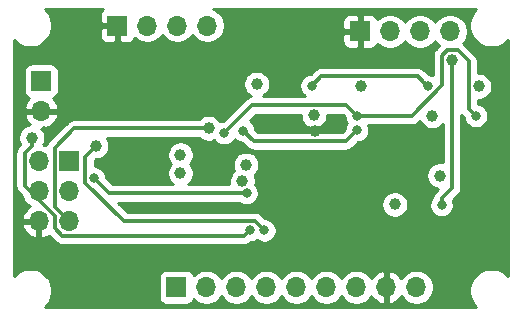
<source format=gbr>
G04 #@! TF.GenerationSoftware,KiCad,Pcbnew,(5.1.5)-3*
G04 #@! TF.CreationDate,2020-08-03T01:27:48-04:00*
G04 #@! TF.ProjectId,Arduino Clone,41726475-696e-46f2-9043-6c6f6e652e6b,rev?*
G04 #@! TF.SameCoordinates,Original*
G04 #@! TF.FileFunction,Copper,L4,Bot*
G04 #@! TF.FilePolarity,Positive*
%FSLAX46Y46*%
G04 Gerber Fmt 4.6, Leading zero omitted, Abs format (unit mm)*
G04 Created by KiCad (PCBNEW (5.1.5)-3) date 2020-08-03 01:27:48*
%MOMM*%
%LPD*%
G04 APERTURE LIST*
%ADD10O,1.700000X1.700000*%
%ADD11R,1.700000X1.700000*%
%ADD12C,1.000000*%
%ADD13C,0.800000*%
%ADD14C,0.300000*%
%ADD15C,0.254000*%
G04 APERTURE END LIST*
D10*
X174170000Y-104600000D03*
X171630000Y-104600000D03*
X169090000Y-104600000D03*
D11*
X166550000Y-104600000D03*
X139550000Y-108800000D03*
D10*
X139550000Y-111340000D03*
D11*
X141900000Y-115600000D03*
D10*
X139360000Y-115600000D03*
X141900000Y-118140000D03*
X139360000Y-118140000D03*
X141900000Y-120680000D03*
X139360000Y-120680000D03*
D11*
X146000000Y-104100000D03*
D10*
X148540000Y-104100000D03*
X151080000Y-104100000D03*
X153620000Y-104100000D03*
D11*
X151000000Y-126250000D03*
D10*
X153540000Y-126250000D03*
X156080000Y-126250000D03*
X158620000Y-126250000D03*
X161160000Y-126250000D03*
X163700000Y-126250000D03*
X166240000Y-126250000D03*
X168780000Y-126250000D03*
X171320000Y-126250000D03*
D12*
X169500000Y-119250000D03*
X173300000Y-116800000D03*
X176600000Y-109250000D03*
X172650000Y-111750000D03*
X166600000Y-109250000D03*
X162650000Y-111700000D03*
X162750000Y-113050000D03*
X156900000Y-115900000D03*
X151350000Y-115050000D03*
X157800000Y-109050000D03*
X156600000Y-117250000D03*
X151350000Y-116600000D03*
D13*
X156950000Y-118300000D03*
X166300000Y-112950000D03*
X166300000Y-111750000D03*
X176350000Y-111750000D03*
X155050000Y-113200000D03*
X156650000Y-113000000D03*
X162450000Y-109200000D03*
X172300000Y-109250000D03*
D12*
X144200000Y-114300000D03*
X138750000Y-113600000D03*
D13*
X158450000Y-121450000D03*
X157250000Y-121400000D03*
X144050000Y-117050000D03*
D12*
X174350000Y-107050000D03*
D13*
X173450000Y-119300000D03*
D12*
X153750000Y-112800000D03*
D14*
X174350000Y-117834315D02*
X174350000Y-107757106D01*
X174350000Y-107757106D02*
X174350000Y-107050000D01*
X173450000Y-118734315D02*
X174350000Y-117834315D01*
X173450000Y-119300000D02*
X173450000Y-118734315D01*
X144050000Y-117050000D02*
X145300000Y-118300000D01*
X145300000Y-118300000D02*
X156950000Y-118300000D01*
X157649999Y-120649999D02*
X158450000Y-121450000D01*
X146539997Y-120649999D02*
X157649999Y-120649999D01*
X143299999Y-117410001D02*
X146539997Y-120649999D01*
X144200000Y-114300000D02*
X143299999Y-115200001D01*
X143299999Y-115200001D02*
X143299999Y-117410001D01*
X156769999Y-121880001D02*
X157250000Y-121400000D01*
X138750000Y-114307106D02*
X138159999Y-114897107D01*
X138159999Y-114897107D02*
X138159999Y-117647119D01*
X138159999Y-117647119D02*
X140699999Y-120187119D01*
X138750000Y-113600000D02*
X138750000Y-114307106D01*
X141323999Y-121880001D02*
X156769999Y-121880001D01*
X140699999Y-121256001D02*
X141323999Y-121880001D01*
X140699999Y-120187119D02*
X140699999Y-121256001D01*
X153042894Y-112800000D02*
X153750000Y-112800000D01*
X142369998Y-112800000D02*
X153042894Y-112800000D01*
X140699999Y-114469999D02*
X142369998Y-112800000D01*
X140699999Y-119479999D02*
X140699999Y-114469999D01*
X141900000Y-120680000D02*
X140699999Y-119479999D01*
X165349999Y-113900001D02*
X165900001Y-113349999D01*
X165900001Y-113349999D02*
X166300000Y-112950000D01*
X157550001Y-113900001D02*
X165349999Y-113900001D01*
X156650000Y-113000000D02*
X157550001Y-113900001D01*
X171449999Y-108399999D02*
X171900001Y-108850001D01*
X163250001Y-108399999D02*
X171449999Y-108399999D01*
X171900001Y-108850001D02*
X172300000Y-109250000D01*
X162450000Y-109200000D02*
X163250001Y-108399999D01*
X165900001Y-111350001D02*
X166300000Y-111750000D01*
X165399999Y-110849999D02*
X165900001Y-111350001D01*
X157400001Y-110849999D02*
X165399999Y-110849999D01*
X155050000Y-113200000D02*
X157400001Y-110849999D01*
X175950001Y-111350001D02*
X176350000Y-111750000D01*
X175749999Y-111149999D02*
X175950001Y-111350001D01*
X175749999Y-107141997D02*
X175749999Y-111149999D01*
X174808001Y-106199999D02*
X175749999Y-107141997D01*
X173941999Y-106199999D02*
X174808001Y-106199999D01*
X173499999Y-106641999D02*
X173941999Y-106199999D01*
X173499999Y-109160003D02*
X173499999Y-106641999D01*
X170910002Y-111750000D02*
X173499999Y-109160003D01*
X166300000Y-111750000D02*
X170910002Y-111750000D01*
D15*
G36*
X144795506Y-102719463D02*
G01*
X144698815Y-102798815D01*
X144619463Y-102895506D01*
X144560498Y-103005820D01*
X144524188Y-103125518D01*
X144511928Y-103250000D01*
X144515000Y-103814250D01*
X144673750Y-103973000D01*
X145873000Y-103973000D01*
X145873000Y-103953000D01*
X146127000Y-103953000D01*
X146127000Y-103973000D01*
X146147000Y-103973000D01*
X146147000Y-104227000D01*
X146127000Y-104227000D01*
X146127000Y-105426250D01*
X146285750Y-105585000D01*
X146850000Y-105588072D01*
X146974482Y-105575812D01*
X147094180Y-105539502D01*
X147204494Y-105480537D01*
X147301185Y-105401185D01*
X147380537Y-105304494D01*
X147439502Y-105194180D01*
X147461513Y-105121620D01*
X147593368Y-105253475D01*
X147836589Y-105415990D01*
X148106842Y-105527932D01*
X148393740Y-105585000D01*
X148686260Y-105585000D01*
X148973158Y-105527932D01*
X149243411Y-105415990D01*
X149486632Y-105253475D01*
X149693475Y-105046632D01*
X149810000Y-104872240D01*
X149926525Y-105046632D01*
X150133368Y-105253475D01*
X150376589Y-105415990D01*
X150646842Y-105527932D01*
X150933740Y-105585000D01*
X151226260Y-105585000D01*
X151513158Y-105527932D01*
X151783411Y-105415990D01*
X152026632Y-105253475D01*
X152233475Y-105046632D01*
X152350000Y-104872240D01*
X152466525Y-105046632D01*
X152673368Y-105253475D01*
X152916589Y-105415990D01*
X153186842Y-105527932D01*
X153473740Y-105585000D01*
X153766260Y-105585000D01*
X154053158Y-105527932D01*
X154241303Y-105450000D01*
X165061928Y-105450000D01*
X165074188Y-105574482D01*
X165110498Y-105694180D01*
X165169463Y-105804494D01*
X165248815Y-105901185D01*
X165345506Y-105980537D01*
X165455820Y-106039502D01*
X165575518Y-106075812D01*
X165700000Y-106088072D01*
X166264250Y-106085000D01*
X166423000Y-105926250D01*
X166423000Y-104727000D01*
X165223750Y-104727000D01*
X165065000Y-104885750D01*
X165061928Y-105450000D01*
X154241303Y-105450000D01*
X154323411Y-105415990D01*
X154566632Y-105253475D01*
X154773475Y-105046632D01*
X154935990Y-104803411D01*
X155047932Y-104533158D01*
X155105000Y-104246260D01*
X155105000Y-103953740D01*
X155064474Y-103750000D01*
X165061928Y-103750000D01*
X165065000Y-104314250D01*
X165223750Y-104473000D01*
X166423000Y-104473000D01*
X166423000Y-103273750D01*
X166264250Y-103115000D01*
X165700000Y-103111928D01*
X165575518Y-103124188D01*
X165455820Y-103160498D01*
X165345506Y-103219463D01*
X165248815Y-103298815D01*
X165169463Y-103395506D01*
X165110498Y-103505820D01*
X165074188Y-103625518D01*
X165061928Y-103750000D01*
X155064474Y-103750000D01*
X155047932Y-103666842D01*
X154935990Y-103396589D01*
X154773475Y-103153368D01*
X154566632Y-102946525D01*
X154323411Y-102784010D01*
X154131456Y-102704500D01*
X176389933Y-102704500D01*
X176214716Y-102879717D01*
X176009256Y-103187210D01*
X175867732Y-103528878D01*
X175795584Y-103891591D01*
X175795584Y-104261409D01*
X175867732Y-104624122D01*
X176009256Y-104965790D01*
X176214716Y-105273283D01*
X176476217Y-105534784D01*
X176783710Y-105740244D01*
X177125378Y-105881768D01*
X177488091Y-105953916D01*
X177857909Y-105953916D01*
X178220622Y-105881768D01*
X178562290Y-105740244D01*
X178869783Y-105534784D01*
X179045001Y-105359566D01*
X179045000Y-125272433D01*
X178869783Y-125097216D01*
X178562290Y-124891756D01*
X178220622Y-124750232D01*
X177857909Y-124678084D01*
X177488091Y-124678084D01*
X177125378Y-124750232D01*
X176783710Y-124891756D01*
X176476217Y-125097216D01*
X176214716Y-125358717D01*
X176009256Y-125666210D01*
X175867732Y-126007878D01*
X175795584Y-126370591D01*
X175795584Y-126740409D01*
X175867732Y-127103122D01*
X176009256Y-127444790D01*
X176214716Y-127752283D01*
X176389933Y-127927500D01*
X139903567Y-127927500D01*
X140078784Y-127752283D01*
X140284244Y-127444790D01*
X140425768Y-127103122D01*
X140497916Y-126740409D01*
X140497916Y-126370591D01*
X140425768Y-126007878D01*
X140284244Y-125666210D01*
X140106369Y-125400000D01*
X149511928Y-125400000D01*
X149511928Y-127100000D01*
X149524188Y-127224482D01*
X149560498Y-127344180D01*
X149619463Y-127454494D01*
X149698815Y-127551185D01*
X149795506Y-127630537D01*
X149905820Y-127689502D01*
X150025518Y-127725812D01*
X150150000Y-127738072D01*
X151850000Y-127738072D01*
X151974482Y-127725812D01*
X152094180Y-127689502D01*
X152204494Y-127630537D01*
X152301185Y-127551185D01*
X152380537Y-127454494D01*
X152439502Y-127344180D01*
X152461513Y-127271620D01*
X152593368Y-127403475D01*
X152836589Y-127565990D01*
X153106842Y-127677932D01*
X153393740Y-127735000D01*
X153686260Y-127735000D01*
X153973158Y-127677932D01*
X154243411Y-127565990D01*
X154486632Y-127403475D01*
X154693475Y-127196632D01*
X154810000Y-127022240D01*
X154926525Y-127196632D01*
X155133368Y-127403475D01*
X155376589Y-127565990D01*
X155646842Y-127677932D01*
X155933740Y-127735000D01*
X156226260Y-127735000D01*
X156513158Y-127677932D01*
X156783411Y-127565990D01*
X157026632Y-127403475D01*
X157233475Y-127196632D01*
X157350000Y-127022240D01*
X157466525Y-127196632D01*
X157673368Y-127403475D01*
X157916589Y-127565990D01*
X158186842Y-127677932D01*
X158473740Y-127735000D01*
X158766260Y-127735000D01*
X159053158Y-127677932D01*
X159323411Y-127565990D01*
X159566632Y-127403475D01*
X159773475Y-127196632D01*
X159890000Y-127022240D01*
X160006525Y-127196632D01*
X160213368Y-127403475D01*
X160456589Y-127565990D01*
X160726842Y-127677932D01*
X161013740Y-127735000D01*
X161306260Y-127735000D01*
X161593158Y-127677932D01*
X161863411Y-127565990D01*
X162106632Y-127403475D01*
X162313475Y-127196632D01*
X162430000Y-127022240D01*
X162546525Y-127196632D01*
X162753368Y-127403475D01*
X162996589Y-127565990D01*
X163266842Y-127677932D01*
X163553740Y-127735000D01*
X163846260Y-127735000D01*
X164133158Y-127677932D01*
X164403411Y-127565990D01*
X164646632Y-127403475D01*
X164853475Y-127196632D01*
X164970000Y-127022240D01*
X165086525Y-127196632D01*
X165293368Y-127403475D01*
X165536589Y-127565990D01*
X165806842Y-127677932D01*
X166093740Y-127735000D01*
X166386260Y-127735000D01*
X166673158Y-127677932D01*
X166943411Y-127565990D01*
X167186632Y-127403475D01*
X167393475Y-127196632D01*
X167515195Y-127014466D01*
X167584822Y-127131355D01*
X167779731Y-127347588D01*
X168013080Y-127521641D01*
X168275901Y-127646825D01*
X168423110Y-127691476D01*
X168653000Y-127570155D01*
X168653000Y-126377000D01*
X168633000Y-126377000D01*
X168633000Y-126123000D01*
X168653000Y-126123000D01*
X168653000Y-124929845D01*
X168907000Y-124929845D01*
X168907000Y-126123000D01*
X168927000Y-126123000D01*
X168927000Y-126377000D01*
X168907000Y-126377000D01*
X168907000Y-127570155D01*
X169136890Y-127691476D01*
X169284099Y-127646825D01*
X169546920Y-127521641D01*
X169780269Y-127347588D01*
X169975178Y-127131355D01*
X170044805Y-127014466D01*
X170166525Y-127196632D01*
X170373368Y-127403475D01*
X170616589Y-127565990D01*
X170886842Y-127677932D01*
X171173740Y-127735000D01*
X171466260Y-127735000D01*
X171753158Y-127677932D01*
X172023411Y-127565990D01*
X172266632Y-127403475D01*
X172473475Y-127196632D01*
X172635990Y-126953411D01*
X172747932Y-126683158D01*
X172805000Y-126396260D01*
X172805000Y-126103740D01*
X172747932Y-125816842D01*
X172635990Y-125546589D01*
X172473475Y-125303368D01*
X172266632Y-125096525D01*
X172023411Y-124934010D01*
X171753158Y-124822068D01*
X171466260Y-124765000D01*
X171173740Y-124765000D01*
X170886842Y-124822068D01*
X170616589Y-124934010D01*
X170373368Y-125096525D01*
X170166525Y-125303368D01*
X170044805Y-125485534D01*
X169975178Y-125368645D01*
X169780269Y-125152412D01*
X169546920Y-124978359D01*
X169284099Y-124853175D01*
X169136890Y-124808524D01*
X168907000Y-124929845D01*
X168653000Y-124929845D01*
X168423110Y-124808524D01*
X168275901Y-124853175D01*
X168013080Y-124978359D01*
X167779731Y-125152412D01*
X167584822Y-125368645D01*
X167515195Y-125485534D01*
X167393475Y-125303368D01*
X167186632Y-125096525D01*
X166943411Y-124934010D01*
X166673158Y-124822068D01*
X166386260Y-124765000D01*
X166093740Y-124765000D01*
X165806842Y-124822068D01*
X165536589Y-124934010D01*
X165293368Y-125096525D01*
X165086525Y-125303368D01*
X164970000Y-125477760D01*
X164853475Y-125303368D01*
X164646632Y-125096525D01*
X164403411Y-124934010D01*
X164133158Y-124822068D01*
X163846260Y-124765000D01*
X163553740Y-124765000D01*
X163266842Y-124822068D01*
X162996589Y-124934010D01*
X162753368Y-125096525D01*
X162546525Y-125303368D01*
X162430000Y-125477760D01*
X162313475Y-125303368D01*
X162106632Y-125096525D01*
X161863411Y-124934010D01*
X161593158Y-124822068D01*
X161306260Y-124765000D01*
X161013740Y-124765000D01*
X160726842Y-124822068D01*
X160456589Y-124934010D01*
X160213368Y-125096525D01*
X160006525Y-125303368D01*
X159890000Y-125477760D01*
X159773475Y-125303368D01*
X159566632Y-125096525D01*
X159323411Y-124934010D01*
X159053158Y-124822068D01*
X158766260Y-124765000D01*
X158473740Y-124765000D01*
X158186842Y-124822068D01*
X157916589Y-124934010D01*
X157673368Y-125096525D01*
X157466525Y-125303368D01*
X157350000Y-125477760D01*
X157233475Y-125303368D01*
X157026632Y-125096525D01*
X156783411Y-124934010D01*
X156513158Y-124822068D01*
X156226260Y-124765000D01*
X155933740Y-124765000D01*
X155646842Y-124822068D01*
X155376589Y-124934010D01*
X155133368Y-125096525D01*
X154926525Y-125303368D01*
X154810000Y-125477760D01*
X154693475Y-125303368D01*
X154486632Y-125096525D01*
X154243411Y-124934010D01*
X153973158Y-124822068D01*
X153686260Y-124765000D01*
X153393740Y-124765000D01*
X153106842Y-124822068D01*
X152836589Y-124934010D01*
X152593368Y-125096525D01*
X152461513Y-125228380D01*
X152439502Y-125155820D01*
X152380537Y-125045506D01*
X152301185Y-124948815D01*
X152204494Y-124869463D01*
X152094180Y-124810498D01*
X151974482Y-124774188D01*
X151850000Y-124761928D01*
X150150000Y-124761928D01*
X150025518Y-124774188D01*
X149905820Y-124810498D01*
X149795506Y-124869463D01*
X149698815Y-124948815D01*
X149619463Y-125045506D01*
X149560498Y-125155820D01*
X149524188Y-125275518D01*
X149511928Y-125400000D01*
X140106369Y-125400000D01*
X140078784Y-125358717D01*
X139817283Y-125097216D01*
X139509790Y-124891756D01*
X139168122Y-124750232D01*
X138805409Y-124678084D01*
X138435591Y-124678084D01*
X138072878Y-124750232D01*
X137731210Y-124891756D01*
X137423717Y-125097216D01*
X137248500Y-125272433D01*
X137248500Y-121036890D01*
X137918524Y-121036890D01*
X137963175Y-121184099D01*
X138088359Y-121446920D01*
X138262412Y-121680269D01*
X138478645Y-121875178D01*
X138728748Y-122024157D01*
X139003109Y-122121481D01*
X139233000Y-122000814D01*
X139233000Y-120807000D01*
X138039845Y-120807000D01*
X137918524Y-121036890D01*
X137248500Y-121036890D01*
X137248500Y-114897107D01*
X137371202Y-114897107D01*
X137374999Y-114935660D01*
X137375000Y-117608556D01*
X137371202Y-117647119D01*
X137386358Y-117801005D01*
X137431245Y-117948978D01*
X137431246Y-117948979D01*
X137504138Y-118085352D01*
X137528470Y-118115000D01*
X137577654Y-118174931D01*
X137577658Y-118174935D01*
X137602236Y-118204883D01*
X137632184Y-118229461D01*
X137921189Y-118518466D01*
X137932068Y-118573158D01*
X138044010Y-118843411D01*
X138206525Y-119086632D01*
X138413368Y-119293475D01*
X138595534Y-119415195D01*
X138478645Y-119484822D01*
X138262412Y-119679731D01*
X138088359Y-119913080D01*
X137963175Y-120175901D01*
X137918524Y-120323110D01*
X138039845Y-120553000D01*
X139233000Y-120553000D01*
X139233000Y-120533000D01*
X139487000Y-120533000D01*
X139487000Y-120553000D01*
X139507000Y-120553000D01*
X139507000Y-120807000D01*
X139487000Y-120807000D01*
X139487000Y-122000814D01*
X139716891Y-122121481D01*
X139991252Y-122024157D01*
X140221090Y-121887249D01*
X140741656Y-122407816D01*
X140766235Y-122437765D01*
X140796183Y-122462343D01*
X140796186Y-122462346D01*
X140823790Y-122485000D01*
X140885766Y-122535863D01*
X141022139Y-122608755D01*
X141135671Y-122643195D01*
X141170111Y-122653642D01*
X141184489Y-122655058D01*
X141285438Y-122665001D01*
X141285445Y-122665001D01*
X141323998Y-122668798D01*
X141362551Y-122665001D01*
X156731446Y-122665001D01*
X156769999Y-122668798D01*
X156808552Y-122665001D01*
X156808560Y-122665001D01*
X156923886Y-122653642D01*
X157071859Y-122608755D01*
X157208232Y-122535863D01*
X157327763Y-122437765D01*
X157330032Y-122435000D01*
X157351939Y-122435000D01*
X157551898Y-122395226D01*
X157740256Y-122317205D01*
X157812585Y-122268877D01*
X157959744Y-122367205D01*
X158148102Y-122445226D01*
X158348061Y-122485000D01*
X158551939Y-122485000D01*
X158751898Y-122445226D01*
X158940256Y-122367205D01*
X159109774Y-122253937D01*
X159253937Y-122109774D01*
X159367205Y-121940256D01*
X159445226Y-121751898D01*
X159485000Y-121551939D01*
X159485000Y-121348061D01*
X159445226Y-121148102D01*
X159367205Y-120959744D01*
X159253937Y-120790226D01*
X159109774Y-120646063D01*
X158940256Y-120532795D01*
X158751898Y-120454774D01*
X158551939Y-120415000D01*
X158525157Y-120415000D01*
X158232346Y-120122189D01*
X158207763Y-120092235D01*
X158088232Y-119994137D01*
X157951859Y-119921245D01*
X157803886Y-119876358D01*
X157688560Y-119864999D01*
X157688552Y-119864999D01*
X157649999Y-119861202D01*
X157611446Y-119864999D01*
X146865155Y-119864999D01*
X146085156Y-119085000D01*
X156271289Y-119085000D01*
X156290226Y-119103937D01*
X156459744Y-119217205D01*
X156648102Y-119295226D01*
X156848061Y-119335000D01*
X157051939Y-119335000D01*
X157251898Y-119295226D01*
X157440256Y-119217205D01*
X157558477Y-119138212D01*
X168365000Y-119138212D01*
X168365000Y-119361788D01*
X168408617Y-119581067D01*
X168494176Y-119787624D01*
X168618388Y-119973520D01*
X168776480Y-120131612D01*
X168962376Y-120255824D01*
X169168933Y-120341383D01*
X169388212Y-120385000D01*
X169611788Y-120385000D01*
X169831067Y-120341383D01*
X170037624Y-120255824D01*
X170223520Y-120131612D01*
X170381612Y-119973520D01*
X170505824Y-119787624D01*
X170591383Y-119581067D01*
X170635000Y-119361788D01*
X170635000Y-119138212D01*
X170591383Y-118918933D01*
X170505824Y-118712376D01*
X170381612Y-118526480D01*
X170223520Y-118368388D01*
X170037624Y-118244176D01*
X169831067Y-118158617D01*
X169611788Y-118115000D01*
X169388212Y-118115000D01*
X169168933Y-118158617D01*
X168962376Y-118244176D01*
X168776480Y-118368388D01*
X168618388Y-118526480D01*
X168494176Y-118712376D01*
X168408617Y-118918933D01*
X168365000Y-119138212D01*
X157558477Y-119138212D01*
X157609774Y-119103937D01*
X157753937Y-118959774D01*
X157867205Y-118790256D01*
X157945226Y-118601898D01*
X157985000Y-118401939D01*
X157985000Y-118198061D01*
X157945226Y-117998102D01*
X157867205Y-117809744D01*
X157753937Y-117640226D01*
X157691946Y-117578235D01*
X157735000Y-117361788D01*
X157735000Y-117138212D01*
X157691383Y-116918933D01*
X157631286Y-116773846D01*
X157781612Y-116623520D01*
X157905824Y-116437624D01*
X157991383Y-116231067D01*
X158035000Y-116011788D01*
X158035000Y-115788212D01*
X157991383Y-115568933D01*
X157905824Y-115362376D01*
X157781612Y-115176480D01*
X157623520Y-115018388D01*
X157437624Y-114894176D01*
X157231067Y-114808617D01*
X157011788Y-114765000D01*
X156788212Y-114765000D01*
X156568933Y-114808617D01*
X156362376Y-114894176D01*
X156176480Y-115018388D01*
X156018388Y-115176480D01*
X155894176Y-115362376D01*
X155808617Y-115568933D01*
X155765000Y-115788212D01*
X155765000Y-116011788D01*
X155808617Y-116231067D01*
X155868714Y-116376154D01*
X155718388Y-116526480D01*
X155594176Y-116712376D01*
X155508617Y-116918933D01*
X155465000Y-117138212D01*
X155465000Y-117361788D01*
X155495476Y-117515000D01*
X152023551Y-117515000D01*
X152073520Y-117481612D01*
X152231612Y-117323520D01*
X152355824Y-117137624D01*
X152441383Y-116931067D01*
X152485000Y-116711788D01*
X152485000Y-116488212D01*
X152441383Y-116268933D01*
X152355824Y-116062376D01*
X152231612Y-115876480D01*
X152180132Y-115825000D01*
X152231612Y-115773520D01*
X152355824Y-115587624D01*
X152441383Y-115381067D01*
X152485000Y-115161788D01*
X152485000Y-114938212D01*
X152441383Y-114718933D01*
X152355824Y-114512376D01*
X152231612Y-114326480D01*
X152073520Y-114168388D01*
X151887624Y-114044176D01*
X151681067Y-113958617D01*
X151461788Y-113915000D01*
X151238212Y-113915000D01*
X151018933Y-113958617D01*
X150812376Y-114044176D01*
X150626480Y-114168388D01*
X150468388Y-114326480D01*
X150344176Y-114512376D01*
X150258617Y-114718933D01*
X150215000Y-114938212D01*
X150215000Y-115161788D01*
X150258617Y-115381067D01*
X150344176Y-115587624D01*
X150468388Y-115773520D01*
X150519868Y-115825000D01*
X150468388Y-115876480D01*
X150344176Y-116062376D01*
X150258617Y-116268933D01*
X150215000Y-116488212D01*
X150215000Y-116711788D01*
X150258617Y-116931067D01*
X150344176Y-117137624D01*
X150468388Y-117323520D01*
X150626480Y-117481612D01*
X150676449Y-117515000D01*
X145625158Y-117515000D01*
X145085000Y-116974843D01*
X145085000Y-116948061D01*
X145045226Y-116748102D01*
X144967205Y-116559744D01*
X144853937Y-116390226D01*
X144709774Y-116246063D01*
X144540256Y-116132795D01*
X144351898Y-116054774D01*
X144151939Y-116015000D01*
X144084999Y-116015000D01*
X144084999Y-115525158D01*
X144175157Y-115435000D01*
X144311788Y-115435000D01*
X144531067Y-115391383D01*
X144737624Y-115305824D01*
X144923520Y-115181612D01*
X145081612Y-115023520D01*
X145205824Y-114837624D01*
X145291383Y-114631067D01*
X145335000Y-114411788D01*
X145335000Y-114188212D01*
X145291383Y-113968933D01*
X145205824Y-113762376D01*
X145087305Y-113585000D01*
X152929868Y-113585000D01*
X153026480Y-113681612D01*
X153212376Y-113805824D01*
X153418933Y-113891383D01*
X153638212Y-113935000D01*
X153861788Y-113935000D01*
X154081067Y-113891383D01*
X154226838Y-113831002D01*
X154246063Y-113859774D01*
X154390226Y-114003937D01*
X154559744Y-114117205D01*
X154748102Y-114195226D01*
X154948061Y-114235000D01*
X155151939Y-114235000D01*
X155351898Y-114195226D01*
X155540256Y-114117205D01*
X155709774Y-114003937D01*
X155853937Y-113859774D01*
X155930892Y-113744603D01*
X155990226Y-113803937D01*
X156159744Y-113917205D01*
X156348102Y-113995226D01*
X156548061Y-114035000D01*
X156574843Y-114035000D01*
X156967654Y-114427811D01*
X156992237Y-114457765D01*
X157111768Y-114555863D01*
X157239030Y-114623885D01*
X157248141Y-114628755D01*
X157396114Y-114673643D01*
X157471027Y-114681021D01*
X157511440Y-114685001D01*
X157511445Y-114685001D01*
X157550001Y-114688798D01*
X157588557Y-114685001D01*
X165311446Y-114685001D01*
X165349999Y-114688798D01*
X165388552Y-114685001D01*
X165388560Y-114685001D01*
X165503886Y-114673642D01*
X165651859Y-114628755D01*
X165788232Y-114555863D01*
X165907763Y-114457765D01*
X165932345Y-114427812D01*
X166375158Y-113985000D01*
X166401939Y-113985000D01*
X166601898Y-113945226D01*
X166790256Y-113867205D01*
X166959774Y-113753937D01*
X167103937Y-113609774D01*
X167217205Y-113440256D01*
X167295226Y-113251898D01*
X167335000Y-113051939D01*
X167335000Y-112848061D01*
X167295226Y-112648102D01*
X167248377Y-112535000D01*
X170871449Y-112535000D01*
X170910002Y-112538797D01*
X170948555Y-112535000D01*
X170948563Y-112535000D01*
X171063889Y-112523641D01*
X171211862Y-112478754D01*
X171348235Y-112405862D01*
X171467766Y-112307764D01*
X171492349Y-112277810D01*
X171596832Y-112173327D01*
X171644176Y-112287624D01*
X171768388Y-112473520D01*
X171926480Y-112631612D01*
X172112376Y-112755824D01*
X172318933Y-112841383D01*
X172538212Y-112885000D01*
X172761788Y-112885000D01*
X172981067Y-112841383D01*
X173187624Y-112755824D01*
X173373520Y-112631612D01*
X173531612Y-112473520D01*
X173565001Y-112423551D01*
X173565000Y-115695476D01*
X173411788Y-115665000D01*
X173188212Y-115665000D01*
X172968933Y-115708617D01*
X172762376Y-115794176D01*
X172576480Y-115918388D01*
X172418388Y-116076480D01*
X172294176Y-116262376D01*
X172208617Y-116468933D01*
X172165000Y-116688212D01*
X172165000Y-116911788D01*
X172208617Y-117131067D01*
X172294176Y-117337624D01*
X172418388Y-117523520D01*
X172576480Y-117681612D01*
X172762376Y-117805824D01*
X172968933Y-117891383D01*
X173147296Y-117926861D01*
X172922185Y-118151973D01*
X172892237Y-118176551D01*
X172867659Y-118206499D01*
X172867655Y-118206503D01*
X172836738Y-118244176D01*
X172794139Y-118296082D01*
X172721246Y-118432455D01*
X172676359Y-118580428D01*
X172673136Y-118613153D01*
X172646063Y-118640226D01*
X172532795Y-118809744D01*
X172454774Y-118998102D01*
X172415000Y-119198061D01*
X172415000Y-119401939D01*
X172454774Y-119601898D01*
X172532795Y-119790256D01*
X172646063Y-119959774D01*
X172790226Y-120103937D01*
X172959744Y-120217205D01*
X173148102Y-120295226D01*
X173348061Y-120335000D01*
X173551939Y-120335000D01*
X173751898Y-120295226D01*
X173940256Y-120217205D01*
X174109774Y-120103937D01*
X174253937Y-119959774D01*
X174367205Y-119790256D01*
X174445226Y-119601898D01*
X174485000Y-119401939D01*
X174485000Y-119198061D01*
X174445226Y-118998102D01*
X174401627Y-118892845D01*
X174877817Y-118416656D01*
X174907764Y-118392079D01*
X175005862Y-118272548D01*
X175078754Y-118136175D01*
X175118375Y-118005561D01*
X175123641Y-117988203D01*
X175133177Y-117891383D01*
X175135000Y-117872876D01*
X175135000Y-117872869D01*
X175138797Y-117834316D01*
X175135000Y-117795763D01*
X175135000Y-111638022D01*
X175167654Y-111677811D01*
X175167658Y-111677815D01*
X175192236Y-111707763D01*
X175222185Y-111732342D01*
X175315000Y-111825156D01*
X175315000Y-111851939D01*
X175354774Y-112051898D01*
X175432795Y-112240256D01*
X175546063Y-112409774D01*
X175690226Y-112553937D01*
X175859744Y-112667205D01*
X176048102Y-112745226D01*
X176248061Y-112785000D01*
X176451939Y-112785000D01*
X176651898Y-112745226D01*
X176840256Y-112667205D01*
X177009774Y-112553937D01*
X177153937Y-112409774D01*
X177267205Y-112240256D01*
X177345226Y-112051898D01*
X177385000Y-111851939D01*
X177385000Y-111648061D01*
X177345226Y-111448102D01*
X177267205Y-111259744D01*
X177153937Y-111090226D01*
X177009774Y-110946063D01*
X176840256Y-110832795D01*
X176651898Y-110754774D01*
X176534999Y-110731522D01*
X176534999Y-110385000D01*
X176711788Y-110385000D01*
X176931067Y-110341383D01*
X177137624Y-110255824D01*
X177323520Y-110131612D01*
X177481612Y-109973520D01*
X177605824Y-109787624D01*
X177691383Y-109581067D01*
X177735000Y-109361788D01*
X177735000Y-109138212D01*
X177691383Y-108918933D01*
X177605824Y-108712376D01*
X177481612Y-108526480D01*
X177323520Y-108368388D01*
X177137624Y-108244176D01*
X176931067Y-108158617D01*
X176711788Y-108115000D01*
X176534999Y-108115000D01*
X176534999Y-107180549D01*
X176538796Y-107141996D01*
X176534999Y-107103443D01*
X176534999Y-107103436D01*
X176523640Y-106988110D01*
X176522697Y-106984999D01*
X176495733Y-106896113D01*
X176478753Y-106840137D01*
X176405861Y-106703764D01*
X176355171Y-106641999D01*
X176332344Y-106614184D01*
X176332341Y-106614181D01*
X176307763Y-106584233D01*
X176277816Y-106559656D01*
X175390348Y-105672189D01*
X175365765Y-105642235D01*
X175290028Y-105580079D01*
X175323475Y-105546632D01*
X175485990Y-105303411D01*
X175597932Y-105033158D01*
X175655000Y-104746260D01*
X175655000Y-104453740D01*
X175597932Y-104166842D01*
X175485990Y-103896589D01*
X175323475Y-103653368D01*
X175116632Y-103446525D01*
X174873411Y-103284010D01*
X174603158Y-103172068D01*
X174316260Y-103115000D01*
X174023740Y-103115000D01*
X173736842Y-103172068D01*
X173466589Y-103284010D01*
X173223368Y-103446525D01*
X173016525Y-103653368D01*
X172900000Y-103827760D01*
X172783475Y-103653368D01*
X172576632Y-103446525D01*
X172333411Y-103284010D01*
X172063158Y-103172068D01*
X171776260Y-103115000D01*
X171483740Y-103115000D01*
X171196842Y-103172068D01*
X170926589Y-103284010D01*
X170683368Y-103446525D01*
X170476525Y-103653368D01*
X170360000Y-103827760D01*
X170243475Y-103653368D01*
X170036632Y-103446525D01*
X169793411Y-103284010D01*
X169523158Y-103172068D01*
X169236260Y-103115000D01*
X168943740Y-103115000D01*
X168656842Y-103172068D01*
X168386589Y-103284010D01*
X168143368Y-103446525D01*
X168011513Y-103578380D01*
X167989502Y-103505820D01*
X167930537Y-103395506D01*
X167851185Y-103298815D01*
X167754494Y-103219463D01*
X167644180Y-103160498D01*
X167524482Y-103124188D01*
X167400000Y-103111928D01*
X166835750Y-103115000D01*
X166677000Y-103273750D01*
X166677000Y-104473000D01*
X166697000Y-104473000D01*
X166697000Y-104727000D01*
X166677000Y-104727000D01*
X166677000Y-105926250D01*
X166835750Y-106085000D01*
X167400000Y-106088072D01*
X167524482Y-106075812D01*
X167644180Y-106039502D01*
X167754494Y-105980537D01*
X167851185Y-105901185D01*
X167930537Y-105804494D01*
X167989502Y-105694180D01*
X168011513Y-105621620D01*
X168143368Y-105753475D01*
X168386589Y-105915990D01*
X168656842Y-106027932D01*
X168943740Y-106085000D01*
X169236260Y-106085000D01*
X169523158Y-106027932D01*
X169793411Y-105915990D01*
X170036632Y-105753475D01*
X170243475Y-105546632D01*
X170360000Y-105372240D01*
X170476525Y-105546632D01*
X170683368Y-105753475D01*
X170926589Y-105915990D01*
X171196842Y-106027932D01*
X171483740Y-106085000D01*
X171776260Y-106085000D01*
X172063158Y-106027932D01*
X172333411Y-105915990D01*
X172576632Y-105753475D01*
X172783475Y-105546632D01*
X172900000Y-105372240D01*
X173016525Y-105546632D01*
X173223368Y-105753475D01*
X173256337Y-105775504D01*
X172972184Y-106059657D01*
X172942236Y-106084235D01*
X172917658Y-106114183D01*
X172917654Y-106114187D01*
X172884689Y-106154355D01*
X172844138Y-106203766D01*
X172813438Y-106261202D01*
X172771245Y-106340140D01*
X172726358Y-106488113D01*
X172711202Y-106641999D01*
X172715000Y-106680562D01*
X172714999Y-108301622D01*
X172601898Y-108254774D01*
X172401939Y-108215000D01*
X172375157Y-108215000D01*
X172032346Y-107872189D01*
X172007763Y-107842235D01*
X171888232Y-107744137D01*
X171751859Y-107671245D01*
X171603886Y-107626358D01*
X171488560Y-107614999D01*
X171488552Y-107614999D01*
X171449999Y-107611202D01*
X171411446Y-107614999D01*
X163288553Y-107614999D01*
X163250000Y-107611202D01*
X163211447Y-107614999D01*
X163211440Y-107614999D01*
X163110491Y-107624942D01*
X163096113Y-107626358D01*
X163061673Y-107636805D01*
X162948141Y-107671245D01*
X162811768Y-107744137D01*
X162751560Y-107793549D01*
X162722188Y-107817654D01*
X162722185Y-107817657D01*
X162692237Y-107842235D01*
X162667658Y-107872184D01*
X162374842Y-108165000D01*
X162348061Y-108165000D01*
X162148102Y-108204774D01*
X161959744Y-108282795D01*
X161790226Y-108396063D01*
X161646063Y-108540226D01*
X161532795Y-108709744D01*
X161454774Y-108898102D01*
X161415000Y-109098061D01*
X161415000Y-109301939D01*
X161454774Y-109501898D01*
X161532795Y-109690256D01*
X161646063Y-109859774D01*
X161790226Y-110003937D01*
X161881612Y-110064999D01*
X158315474Y-110064999D01*
X158337624Y-110055824D01*
X158523520Y-109931612D01*
X158681612Y-109773520D01*
X158805824Y-109587624D01*
X158891383Y-109381067D01*
X158935000Y-109161788D01*
X158935000Y-108938212D01*
X158891383Y-108718933D01*
X158805824Y-108512376D01*
X158681612Y-108326480D01*
X158523520Y-108168388D01*
X158337624Y-108044176D01*
X158131067Y-107958617D01*
X157911788Y-107915000D01*
X157688212Y-107915000D01*
X157468933Y-107958617D01*
X157262376Y-108044176D01*
X157076480Y-108168388D01*
X156918388Y-108326480D01*
X156794176Y-108512376D01*
X156708617Y-108718933D01*
X156665000Y-108938212D01*
X156665000Y-109161788D01*
X156708617Y-109381067D01*
X156794176Y-109587624D01*
X156918388Y-109773520D01*
X157076480Y-109931612D01*
X157262376Y-110055824D01*
X157299302Y-110071119D01*
X157260491Y-110074942D01*
X157246113Y-110076358D01*
X157211673Y-110086805D01*
X157098141Y-110121245D01*
X156961768Y-110194137D01*
X156901560Y-110243549D01*
X156872188Y-110267654D01*
X156872185Y-110267657D01*
X156842237Y-110292235D01*
X156817659Y-110322183D01*
X154974843Y-112165000D01*
X154948061Y-112165000D01*
X154748102Y-112204774D01*
X154724005Y-112214755D01*
X154631612Y-112076480D01*
X154473520Y-111918388D01*
X154287624Y-111794176D01*
X154081067Y-111708617D01*
X153861788Y-111665000D01*
X153638212Y-111665000D01*
X153418933Y-111708617D01*
X153212376Y-111794176D01*
X153026480Y-111918388D01*
X152929868Y-112015000D01*
X142408550Y-112015000D01*
X142369997Y-112011203D01*
X142331444Y-112015000D01*
X142331437Y-112015000D01*
X142230488Y-112024943D01*
X142216110Y-112026359D01*
X142194894Y-112032795D01*
X142068138Y-112071246D01*
X141931765Y-112144138D01*
X141878037Y-112188232D01*
X141842185Y-112217655D01*
X141842182Y-112217658D01*
X141812234Y-112242236D01*
X141787656Y-112272184D01*
X140172184Y-113887657D01*
X140142236Y-113912235D01*
X140117658Y-113942183D01*
X140117654Y-113942187D01*
X140095704Y-113968933D01*
X140044138Y-114031766D01*
X140032314Y-114053888D01*
X139971245Y-114168140D01*
X139950308Y-114237161D01*
X139793158Y-114172068D01*
X139739889Y-114161472D01*
X139755824Y-114137624D01*
X139841383Y-113931067D01*
X139885000Y-113711788D01*
X139885000Y-113488212D01*
X139841383Y-113268933D01*
X139755824Y-113062376D01*
X139631612Y-112876480D01*
X139580132Y-112825000D01*
X139677002Y-112825000D01*
X139677002Y-112660815D01*
X139906891Y-112781481D01*
X140181252Y-112684157D01*
X140431355Y-112535178D01*
X140647588Y-112340269D01*
X140821641Y-112106920D01*
X140946825Y-111844099D01*
X140991476Y-111696890D01*
X140870155Y-111467000D01*
X139677000Y-111467000D01*
X139677000Y-111487000D01*
X139423000Y-111487000D01*
X139423000Y-111467000D01*
X138229845Y-111467000D01*
X138108524Y-111696890D01*
X138153175Y-111844099D01*
X138278359Y-112106920D01*
X138452412Y-112340269D01*
X138599362Y-112472728D01*
X138418933Y-112508617D01*
X138212376Y-112594176D01*
X138026480Y-112718388D01*
X137868388Y-112876480D01*
X137744176Y-113062376D01*
X137658617Y-113268933D01*
X137615000Y-113488212D01*
X137615000Y-113711788D01*
X137658617Y-113931067D01*
X137744176Y-114137624D01*
X137770271Y-114176678D01*
X137632188Y-114314761D01*
X137602235Y-114339343D01*
X137504137Y-114458875D01*
X137431245Y-114595248D01*
X137386358Y-114743221D01*
X137374999Y-114858547D01*
X137374999Y-114858554D01*
X137371202Y-114897107D01*
X137248500Y-114897107D01*
X137248500Y-107950000D01*
X138061928Y-107950000D01*
X138061928Y-109650000D01*
X138074188Y-109774482D01*
X138110498Y-109894180D01*
X138169463Y-110004494D01*
X138248815Y-110101185D01*
X138345506Y-110180537D01*
X138455820Y-110239502D01*
X138536466Y-110263966D01*
X138452412Y-110339731D01*
X138278359Y-110573080D01*
X138153175Y-110835901D01*
X138108524Y-110983110D01*
X138229845Y-111213000D01*
X139423000Y-111213000D01*
X139423000Y-111193000D01*
X139677000Y-111193000D01*
X139677000Y-111213000D01*
X140870155Y-111213000D01*
X140991476Y-110983110D01*
X140946825Y-110835901D01*
X140821641Y-110573080D01*
X140647588Y-110339731D01*
X140563534Y-110263966D01*
X140644180Y-110239502D01*
X140754494Y-110180537D01*
X140851185Y-110101185D01*
X140930537Y-110004494D01*
X140989502Y-109894180D01*
X141025812Y-109774482D01*
X141038072Y-109650000D01*
X141038072Y-107950000D01*
X141025812Y-107825518D01*
X140989502Y-107705820D01*
X140930537Y-107595506D01*
X140851185Y-107498815D01*
X140754494Y-107419463D01*
X140644180Y-107360498D01*
X140524482Y-107324188D01*
X140400000Y-107311928D01*
X138700000Y-107311928D01*
X138575518Y-107324188D01*
X138455820Y-107360498D01*
X138345506Y-107419463D01*
X138248815Y-107498815D01*
X138169463Y-107595506D01*
X138110498Y-107705820D01*
X138074188Y-107825518D01*
X138061928Y-107950000D01*
X137248500Y-107950000D01*
X137248500Y-105359567D01*
X137423717Y-105534784D01*
X137731210Y-105740244D01*
X138072878Y-105881768D01*
X138435591Y-105953916D01*
X138805409Y-105953916D01*
X139168122Y-105881768D01*
X139509790Y-105740244D01*
X139817283Y-105534784D01*
X140078784Y-105273283D01*
X140284244Y-104965790D01*
X140290784Y-104950000D01*
X144511928Y-104950000D01*
X144524188Y-105074482D01*
X144560498Y-105194180D01*
X144619463Y-105304494D01*
X144698815Y-105401185D01*
X144795506Y-105480537D01*
X144905820Y-105539502D01*
X145025518Y-105575812D01*
X145150000Y-105588072D01*
X145714250Y-105585000D01*
X145873000Y-105426250D01*
X145873000Y-104227000D01*
X144673750Y-104227000D01*
X144515000Y-104385750D01*
X144511928Y-104950000D01*
X140290784Y-104950000D01*
X140425768Y-104624122D01*
X140497916Y-104261409D01*
X140497916Y-103891591D01*
X140425768Y-103528878D01*
X140284244Y-103187210D01*
X140078784Y-102879717D01*
X139903567Y-102704500D01*
X144823499Y-102704500D01*
X144795506Y-102719463D01*
G37*
X144795506Y-102719463D02*
X144698815Y-102798815D01*
X144619463Y-102895506D01*
X144560498Y-103005820D01*
X144524188Y-103125518D01*
X144511928Y-103250000D01*
X144515000Y-103814250D01*
X144673750Y-103973000D01*
X145873000Y-103973000D01*
X145873000Y-103953000D01*
X146127000Y-103953000D01*
X146127000Y-103973000D01*
X146147000Y-103973000D01*
X146147000Y-104227000D01*
X146127000Y-104227000D01*
X146127000Y-105426250D01*
X146285750Y-105585000D01*
X146850000Y-105588072D01*
X146974482Y-105575812D01*
X147094180Y-105539502D01*
X147204494Y-105480537D01*
X147301185Y-105401185D01*
X147380537Y-105304494D01*
X147439502Y-105194180D01*
X147461513Y-105121620D01*
X147593368Y-105253475D01*
X147836589Y-105415990D01*
X148106842Y-105527932D01*
X148393740Y-105585000D01*
X148686260Y-105585000D01*
X148973158Y-105527932D01*
X149243411Y-105415990D01*
X149486632Y-105253475D01*
X149693475Y-105046632D01*
X149810000Y-104872240D01*
X149926525Y-105046632D01*
X150133368Y-105253475D01*
X150376589Y-105415990D01*
X150646842Y-105527932D01*
X150933740Y-105585000D01*
X151226260Y-105585000D01*
X151513158Y-105527932D01*
X151783411Y-105415990D01*
X152026632Y-105253475D01*
X152233475Y-105046632D01*
X152350000Y-104872240D01*
X152466525Y-105046632D01*
X152673368Y-105253475D01*
X152916589Y-105415990D01*
X153186842Y-105527932D01*
X153473740Y-105585000D01*
X153766260Y-105585000D01*
X154053158Y-105527932D01*
X154241303Y-105450000D01*
X165061928Y-105450000D01*
X165074188Y-105574482D01*
X165110498Y-105694180D01*
X165169463Y-105804494D01*
X165248815Y-105901185D01*
X165345506Y-105980537D01*
X165455820Y-106039502D01*
X165575518Y-106075812D01*
X165700000Y-106088072D01*
X166264250Y-106085000D01*
X166423000Y-105926250D01*
X166423000Y-104727000D01*
X165223750Y-104727000D01*
X165065000Y-104885750D01*
X165061928Y-105450000D01*
X154241303Y-105450000D01*
X154323411Y-105415990D01*
X154566632Y-105253475D01*
X154773475Y-105046632D01*
X154935990Y-104803411D01*
X155047932Y-104533158D01*
X155105000Y-104246260D01*
X155105000Y-103953740D01*
X155064474Y-103750000D01*
X165061928Y-103750000D01*
X165065000Y-104314250D01*
X165223750Y-104473000D01*
X166423000Y-104473000D01*
X166423000Y-103273750D01*
X166264250Y-103115000D01*
X165700000Y-103111928D01*
X165575518Y-103124188D01*
X165455820Y-103160498D01*
X165345506Y-103219463D01*
X165248815Y-103298815D01*
X165169463Y-103395506D01*
X165110498Y-103505820D01*
X165074188Y-103625518D01*
X165061928Y-103750000D01*
X155064474Y-103750000D01*
X155047932Y-103666842D01*
X154935990Y-103396589D01*
X154773475Y-103153368D01*
X154566632Y-102946525D01*
X154323411Y-102784010D01*
X154131456Y-102704500D01*
X176389933Y-102704500D01*
X176214716Y-102879717D01*
X176009256Y-103187210D01*
X175867732Y-103528878D01*
X175795584Y-103891591D01*
X175795584Y-104261409D01*
X175867732Y-104624122D01*
X176009256Y-104965790D01*
X176214716Y-105273283D01*
X176476217Y-105534784D01*
X176783710Y-105740244D01*
X177125378Y-105881768D01*
X177488091Y-105953916D01*
X177857909Y-105953916D01*
X178220622Y-105881768D01*
X178562290Y-105740244D01*
X178869783Y-105534784D01*
X179045001Y-105359566D01*
X179045000Y-125272433D01*
X178869783Y-125097216D01*
X178562290Y-124891756D01*
X178220622Y-124750232D01*
X177857909Y-124678084D01*
X177488091Y-124678084D01*
X177125378Y-124750232D01*
X176783710Y-124891756D01*
X176476217Y-125097216D01*
X176214716Y-125358717D01*
X176009256Y-125666210D01*
X175867732Y-126007878D01*
X175795584Y-126370591D01*
X175795584Y-126740409D01*
X175867732Y-127103122D01*
X176009256Y-127444790D01*
X176214716Y-127752283D01*
X176389933Y-127927500D01*
X139903567Y-127927500D01*
X140078784Y-127752283D01*
X140284244Y-127444790D01*
X140425768Y-127103122D01*
X140497916Y-126740409D01*
X140497916Y-126370591D01*
X140425768Y-126007878D01*
X140284244Y-125666210D01*
X140106369Y-125400000D01*
X149511928Y-125400000D01*
X149511928Y-127100000D01*
X149524188Y-127224482D01*
X149560498Y-127344180D01*
X149619463Y-127454494D01*
X149698815Y-127551185D01*
X149795506Y-127630537D01*
X149905820Y-127689502D01*
X150025518Y-127725812D01*
X150150000Y-127738072D01*
X151850000Y-127738072D01*
X151974482Y-127725812D01*
X152094180Y-127689502D01*
X152204494Y-127630537D01*
X152301185Y-127551185D01*
X152380537Y-127454494D01*
X152439502Y-127344180D01*
X152461513Y-127271620D01*
X152593368Y-127403475D01*
X152836589Y-127565990D01*
X153106842Y-127677932D01*
X153393740Y-127735000D01*
X153686260Y-127735000D01*
X153973158Y-127677932D01*
X154243411Y-127565990D01*
X154486632Y-127403475D01*
X154693475Y-127196632D01*
X154810000Y-127022240D01*
X154926525Y-127196632D01*
X155133368Y-127403475D01*
X155376589Y-127565990D01*
X155646842Y-127677932D01*
X155933740Y-127735000D01*
X156226260Y-127735000D01*
X156513158Y-127677932D01*
X156783411Y-127565990D01*
X157026632Y-127403475D01*
X157233475Y-127196632D01*
X157350000Y-127022240D01*
X157466525Y-127196632D01*
X157673368Y-127403475D01*
X157916589Y-127565990D01*
X158186842Y-127677932D01*
X158473740Y-127735000D01*
X158766260Y-127735000D01*
X159053158Y-127677932D01*
X159323411Y-127565990D01*
X159566632Y-127403475D01*
X159773475Y-127196632D01*
X159890000Y-127022240D01*
X160006525Y-127196632D01*
X160213368Y-127403475D01*
X160456589Y-127565990D01*
X160726842Y-127677932D01*
X161013740Y-127735000D01*
X161306260Y-127735000D01*
X161593158Y-127677932D01*
X161863411Y-127565990D01*
X162106632Y-127403475D01*
X162313475Y-127196632D01*
X162430000Y-127022240D01*
X162546525Y-127196632D01*
X162753368Y-127403475D01*
X162996589Y-127565990D01*
X163266842Y-127677932D01*
X163553740Y-127735000D01*
X163846260Y-127735000D01*
X164133158Y-127677932D01*
X164403411Y-127565990D01*
X164646632Y-127403475D01*
X164853475Y-127196632D01*
X164970000Y-127022240D01*
X165086525Y-127196632D01*
X165293368Y-127403475D01*
X165536589Y-127565990D01*
X165806842Y-127677932D01*
X166093740Y-127735000D01*
X166386260Y-127735000D01*
X166673158Y-127677932D01*
X166943411Y-127565990D01*
X167186632Y-127403475D01*
X167393475Y-127196632D01*
X167515195Y-127014466D01*
X167584822Y-127131355D01*
X167779731Y-127347588D01*
X168013080Y-127521641D01*
X168275901Y-127646825D01*
X168423110Y-127691476D01*
X168653000Y-127570155D01*
X168653000Y-126377000D01*
X168633000Y-126377000D01*
X168633000Y-126123000D01*
X168653000Y-126123000D01*
X168653000Y-124929845D01*
X168907000Y-124929845D01*
X168907000Y-126123000D01*
X168927000Y-126123000D01*
X168927000Y-126377000D01*
X168907000Y-126377000D01*
X168907000Y-127570155D01*
X169136890Y-127691476D01*
X169284099Y-127646825D01*
X169546920Y-127521641D01*
X169780269Y-127347588D01*
X169975178Y-127131355D01*
X170044805Y-127014466D01*
X170166525Y-127196632D01*
X170373368Y-127403475D01*
X170616589Y-127565990D01*
X170886842Y-127677932D01*
X171173740Y-127735000D01*
X171466260Y-127735000D01*
X171753158Y-127677932D01*
X172023411Y-127565990D01*
X172266632Y-127403475D01*
X172473475Y-127196632D01*
X172635990Y-126953411D01*
X172747932Y-126683158D01*
X172805000Y-126396260D01*
X172805000Y-126103740D01*
X172747932Y-125816842D01*
X172635990Y-125546589D01*
X172473475Y-125303368D01*
X172266632Y-125096525D01*
X172023411Y-124934010D01*
X171753158Y-124822068D01*
X171466260Y-124765000D01*
X171173740Y-124765000D01*
X170886842Y-124822068D01*
X170616589Y-124934010D01*
X170373368Y-125096525D01*
X170166525Y-125303368D01*
X170044805Y-125485534D01*
X169975178Y-125368645D01*
X169780269Y-125152412D01*
X169546920Y-124978359D01*
X169284099Y-124853175D01*
X169136890Y-124808524D01*
X168907000Y-124929845D01*
X168653000Y-124929845D01*
X168423110Y-124808524D01*
X168275901Y-124853175D01*
X168013080Y-124978359D01*
X167779731Y-125152412D01*
X167584822Y-125368645D01*
X167515195Y-125485534D01*
X167393475Y-125303368D01*
X167186632Y-125096525D01*
X166943411Y-124934010D01*
X166673158Y-124822068D01*
X166386260Y-124765000D01*
X166093740Y-124765000D01*
X165806842Y-124822068D01*
X165536589Y-124934010D01*
X165293368Y-125096525D01*
X165086525Y-125303368D01*
X164970000Y-125477760D01*
X164853475Y-125303368D01*
X164646632Y-125096525D01*
X164403411Y-124934010D01*
X164133158Y-124822068D01*
X163846260Y-124765000D01*
X163553740Y-124765000D01*
X163266842Y-124822068D01*
X162996589Y-124934010D01*
X162753368Y-125096525D01*
X162546525Y-125303368D01*
X162430000Y-125477760D01*
X162313475Y-125303368D01*
X162106632Y-125096525D01*
X161863411Y-124934010D01*
X161593158Y-124822068D01*
X161306260Y-124765000D01*
X161013740Y-124765000D01*
X160726842Y-124822068D01*
X160456589Y-124934010D01*
X160213368Y-125096525D01*
X160006525Y-125303368D01*
X159890000Y-125477760D01*
X159773475Y-125303368D01*
X159566632Y-125096525D01*
X159323411Y-124934010D01*
X159053158Y-124822068D01*
X158766260Y-124765000D01*
X158473740Y-124765000D01*
X158186842Y-124822068D01*
X157916589Y-124934010D01*
X157673368Y-125096525D01*
X157466525Y-125303368D01*
X157350000Y-125477760D01*
X157233475Y-125303368D01*
X157026632Y-125096525D01*
X156783411Y-124934010D01*
X156513158Y-124822068D01*
X156226260Y-124765000D01*
X155933740Y-124765000D01*
X155646842Y-124822068D01*
X155376589Y-124934010D01*
X155133368Y-125096525D01*
X154926525Y-125303368D01*
X154810000Y-125477760D01*
X154693475Y-125303368D01*
X154486632Y-125096525D01*
X154243411Y-124934010D01*
X153973158Y-124822068D01*
X153686260Y-124765000D01*
X153393740Y-124765000D01*
X153106842Y-124822068D01*
X152836589Y-124934010D01*
X152593368Y-125096525D01*
X152461513Y-125228380D01*
X152439502Y-125155820D01*
X152380537Y-125045506D01*
X152301185Y-124948815D01*
X152204494Y-124869463D01*
X152094180Y-124810498D01*
X151974482Y-124774188D01*
X151850000Y-124761928D01*
X150150000Y-124761928D01*
X150025518Y-124774188D01*
X149905820Y-124810498D01*
X149795506Y-124869463D01*
X149698815Y-124948815D01*
X149619463Y-125045506D01*
X149560498Y-125155820D01*
X149524188Y-125275518D01*
X149511928Y-125400000D01*
X140106369Y-125400000D01*
X140078784Y-125358717D01*
X139817283Y-125097216D01*
X139509790Y-124891756D01*
X139168122Y-124750232D01*
X138805409Y-124678084D01*
X138435591Y-124678084D01*
X138072878Y-124750232D01*
X137731210Y-124891756D01*
X137423717Y-125097216D01*
X137248500Y-125272433D01*
X137248500Y-121036890D01*
X137918524Y-121036890D01*
X137963175Y-121184099D01*
X138088359Y-121446920D01*
X138262412Y-121680269D01*
X138478645Y-121875178D01*
X138728748Y-122024157D01*
X139003109Y-122121481D01*
X139233000Y-122000814D01*
X139233000Y-120807000D01*
X138039845Y-120807000D01*
X137918524Y-121036890D01*
X137248500Y-121036890D01*
X137248500Y-114897107D01*
X137371202Y-114897107D01*
X137374999Y-114935660D01*
X137375000Y-117608556D01*
X137371202Y-117647119D01*
X137386358Y-117801005D01*
X137431245Y-117948978D01*
X137431246Y-117948979D01*
X137504138Y-118085352D01*
X137528470Y-118115000D01*
X137577654Y-118174931D01*
X137577658Y-118174935D01*
X137602236Y-118204883D01*
X137632184Y-118229461D01*
X137921189Y-118518466D01*
X137932068Y-118573158D01*
X138044010Y-118843411D01*
X138206525Y-119086632D01*
X138413368Y-119293475D01*
X138595534Y-119415195D01*
X138478645Y-119484822D01*
X138262412Y-119679731D01*
X138088359Y-119913080D01*
X137963175Y-120175901D01*
X137918524Y-120323110D01*
X138039845Y-120553000D01*
X139233000Y-120553000D01*
X139233000Y-120533000D01*
X139487000Y-120533000D01*
X139487000Y-120553000D01*
X139507000Y-120553000D01*
X139507000Y-120807000D01*
X139487000Y-120807000D01*
X139487000Y-122000814D01*
X139716891Y-122121481D01*
X139991252Y-122024157D01*
X140221090Y-121887249D01*
X140741656Y-122407816D01*
X140766235Y-122437765D01*
X140796183Y-122462343D01*
X140796186Y-122462346D01*
X140823790Y-122485000D01*
X140885766Y-122535863D01*
X141022139Y-122608755D01*
X141135671Y-122643195D01*
X141170111Y-122653642D01*
X141184489Y-122655058D01*
X141285438Y-122665001D01*
X141285445Y-122665001D01*
X141323998Y-122668798D01*
X141362551Y-122665001D01*
X156731446Y-122665001D01*
X156769999Y-122668798D01*
X156808552Y-122665001D01*
X156808560Y-122665001D01*
X156923886Y-122653642D01*
X157071859Y-122608755D01*
X157208232Y-122535863D01*
X157327763Y-122437765D01*
X157330032Y-122435000D01*
X157351939Y-122435000D01*
X157551898Y-122395226D01*
X157740256Y-122317205D01*
X157812585Y-122268877D01*
X157959744Y-122367205D01*
X158148102Y-122445226D01*
X158348061Y-122485000D01*
X158551939Y-122485000D01*
X158751898Y-122445226D01*
X158940256Y-122367205D01*
X159109774Y-122253937D01*
X159253937Y-122109774D01*
X159367205Y-121940256D01*
X159445226Y-121751898D01*
X159485000Y-121551939D01*
X159485000Y-121348061D01*
X159445226Y-121148102D01*
X159367205Y-120959744D01*
X159253937Y-120790226D01*
X159109774Y-120646063D01*
X158940256Y-120532795D01*
X158751898Y-120454774D01*
X158551939Y-120415000D01*
X158525157Y-120415000D01*
X158232346Y-120122189D01*
X158207763Y-120092235D01*
X158088232Y-119994137D01*
X157951859Y-119921245D01*
X157803886Y-119876358D01*
X157688560Y-119864999D01*
X157688552Y-119864999D01*
X157649999Y-119861202D01*
X157611446Y-119864999D01*
X146865155Y-119864999D01*
X146085156Y-119085000D01*
X156271289Y-119085000D01*
X156290226Y-119103937D01*
X156459744Y-119217205D01*
X156648102Y-119295226D01*
X156848061Y-119335000D01*
X157051939Y-119335000D01*
X157251898Y-119295226D01*
X157440256Y-119217205D01*
X157558477Y-119138212D01*
X168365000Y-119138212D01*
X168365000Y-119361788D01*
X168408617Y-119581067D01*
X168494176Y-119787624D01*
X168618388Y-119973520D01*
X168776480Y-120131612D01*
X168962376Y-120255824D01*
X169168933Y-120341383D01*
X169388212Y-120385000D01*
X169611788Y-120385000D01*
X169831067Y-120341383D01*
X170037624Y-120255824D01*
X170223520Y-120131612D01*
X170381612Y-119973520D01*
X170505824Y-119787624D01*
X170591383Y-119581067D01*
X170635000Y-119361788D01*
X170635000Y-119138212D01*
X170591383Y-118918933D01*
X170505824Y-118712376D01*
X170381612Y-118526480D01*
X170223520Y-118368388D01*
X170037624Y-118244176D01*
X169831067Y-118158617D01*
X169611788Y-118115000D01*
X169388212Y-118115000D01*
X169168933Y-118158617D01*
X168962376Y-118244176D01*
X168776480Y-118368388D01*
X168618388Y-118526480D01*
X168494176Y-118712376D01*
X168408617Y-118918933D01*
X168365000Y-119138212D01*
X157558477Y-119138212D01*
X157609774Y-119103937D01*
X157753937Y-118959774D01*
X157867205Y-118790256D01*
X157945226Y-118601898D01*
X157985000Y-118401939D01*
X157985000Y-118198061D01*
X157945226Y-117998102D01*
X157867205Y-117809744D01*
X157753937Y-117640226D01*
X157691946Y-117578235D01*
X157735000Y-117361788D01*
X157735000Y-117138212D01*
X157691383Y-116918933D01*
X157631286Y-116773846D01*
X157781612Y-116623520D01*
X157905824Y-116437624D01*
X157991383Y-116231067D01*
X158035000Y-116011788D01*
X158035000Y-115788212D01*
X157991383Y-115568933D01*
X157905824Y-115362376D01*
X157781612Y-115176480D01*
X157623520Y-115018388D01*
X157437624Y-114894176D01*
X157231067Y-114808617D01*
X157011788Y-114765000D01*
X156788212Y-114765000D01*
X156568933Y-114808617D01*
X156362376Y-114894176D01*
X156176480Y-115018388D01*
X156018388Y-115176480D01*
X155894176Y-115362376D01*
X155808617Y-115568933D01*
X155765000Y-115788212D01*
X155765000Y-116011788D01*
X155808617Y-116231067D01*
X155868714Y-116376154D01*
X155718388Y-116526480D01*
X155594176Y-116712376D01*
X155508617Y-116918933D01*
X155465000Y-117138212D01*
X155465000Y-117361788D01*
X155495476Y-117515000D01*
X152023551Y-117515000D01*
X152073520Y-117481612D01*
X152231612Y-117323520D01*
X152355824Y-117137624D01*
X152441383Y-116931067D01*
X152485000Y-116711788D01*
X152485000Y-116488212D01*
X152441383Y-116268933D01*
X152355824Y-116062376D01*
X152231612Y-115876480D01*
X152180132Y-115825000D01*
X152231612Y-115773520D01*
X152355824Y-115587624D01*
X152441383Y-115381067D01*
X152485000Y-115161788D01*
X152485000Y-114938212D01*
X152441383Y-114718933D01*
X152355824Y-114512376D01*
X152231612Y-114326480D01*
X152073520Y-114168388D01*
X151887624Y-114044176D01*
X151681067Y-113958617D01*
X151461788Y-113915000D01*
X151238212Y-113915000D01*
X151018933Y-113958617D01*
X150812376Y-114044176D01*
X150626480Y-114168388D01*
X150468388Y-114326480D01*
X150344176Y-114512376D01*
X150258617Y-114718933D01*
X150215000Y-114938212D01*
X150215000Y-115161788D01*
X150258617Y-115381067D01*
X150344176Y-115587624D01*
X150468388Y-115773520D01*
X150519868Y-115825000D01*
X150468388Y-115876480D01*
X150344176Y-116062376D01*
X150258617Y-116268933D01*
X150215000Y-116488212D01*
X150215000Y-116711788D01*
X150258617Y-116931067D01*
X150344176Y-117137624D01*
X150468388Y-117323520D01*
X150626480Y-117481612D01*
X150676449Y-117515000D01*
X145625158Y-117515000D01*
X145085000Y-116974843D01*
X145085000Y-116948061D01*
X145045226Y-116748102D01*
X144967205Y-116559744D01*
X144853937Y-116390226D01*
X144709774Y-116246063D01*
X144540256Y-116132795D01*
X144351898Y-116054774D01*
X144151939Y-116015000D01*
X144084999Y-116015000D01*
X144084999Y-115525158D01*
X144175157Y-115435000D01*
X144311788Y-115435000D01*
X144531067Y-115391383D01*
X144737624Y-115305824D01*
X144923520Y-115181612D01*
X145081612Y-115023520D01*
X145205824Y-114837624D01*
X145291383Y-114631067D01*
X145335000Y-114411788D01*
X145335000Y-114188212D01*
X145291383Y-113968933D01*
X145205824Y-113762376D01*
X145087305Y-113585000D01*
X152929868Y-113585000D01*
X153026480Y-113681612D01*
X153212376Y-113805824D01*
X153418933Y-113891383D01*
X153638212Y-113935000D01*
X153861788Y-113935000D01*
X154081067Y-113891383D01*
X154226838Y-113831002D01*
X154246063Y-113859774D01*
X154390226Y-114003937D01*
X154559744Y-114117205D01*
X154748102Y-114195226D01*
X154948061Y-114235000D01*
X155151939Y-114235000D01*
X155351898Y-114195226D01*
X155540256Y-114117205D01*
X155709774Y-114003937D01*
X155853937Y-113859774D01*
X155930892Y-113744603D01*
X155990226Y-113803937D01*
X156159744Y-113917205D01*
X156348102Y-113995226D01*
X156548061Y-114035000D01*
X156574843Y-114035000D01*
X156967654Y-114427811D01*
X156992237Y-114457765D01*
X157111768Y-114555863D01*
X157239030Y-114623885D01*
X157248141Y-114628755D01*
X157396114Y-114673643D01*
X157471027Y-114681021D01*
X157511440Y-114685001D01*
X157511445Y-114685001D01*
X157550001Y-114688798D01*
X157588557Y-114685001D01*
X165311446Y-114685001D01*
X165349999Y-114688798D01*
X165388552Y-114685001D01*
X165388560Y-114685001D01*
X165503886Y-114673642D01*
X165651859Y-114628755D01*
X165788232Y-114555863D01*
X165907763Y-114457765D01*
X165932345Y-114427812D01*
X166375158Y-113985000D01*
X166401939Y-113985000D01*
X166601898Y-113945226D01*
X166790256Y-113867205D01*
X166959774Y-113753937D01*
X167103937Y-113609774D01*
X167217205Y-113440256D01*
X167295226Y-113251898D01*
X167335000Y-113051939D01*
X167335000Y-112848061D01*
X167295226Y-112648102D01*
X167248377Y-112535000D01*
X170871449Y-112535000D01*
X170910002Y-112538797D01*
X170948555Y-112535000D01*
X170948563Y-112535000D01*
X171063889Y-112523641D01*
X171211862Y-112478754D01*
X171348235Y-112405862D01*
X171467766Y-112307764D01*
X171492349Y-112277810D01*
X171596832Y-112173327D01*
X171644176Y-112287624D01*
X171768388Y-112473520D01*
X171926480Y-112631612D01*
X172112376Y-112755824D01*
X172318933Y-112841383D01*
X172538212Y-112885000D01*
X172761788Y-112885000D01*
X172981067Y-112841383D01*
X173187624Y-112755824D01*
X173373520Y-112631612D01*
X173531612Y-112473520D01*
X173565001Y-112423551D01*
X173565000Y-115695476D01*
X173411788Y-115665000D01*
X173188212Y-115665000D01*
X172968933Y-115708617D01*
X172762376Y-115794176D01*
X172576480Y-115918388D01*
X172418388Y-116076480D01*
X172294176Y-116262376D01*
X172208617Y-116468933D01*
X172165000Y-116688212D01*
X172165000Y-116911788D01*
X172208617Y-117131067D01*
X172294176Y-117337624D01*
X172418388Y-117523520D01*
X172576480Y-117681612D01*
X172762376Y-117805824D01*
X172968933Y-117891383D01*
X173147296Y-117926861D01*
X172922185Y-118151973D01*
X172892237Y-118176551D01*
X172867659Y-118206499D01*
X172867655Y-118206503D01*
X172836738Y-118244176D01*
X172794139Y-118296082D01*
X172721246Y-118432455D01*
X172676359Y-118580428D01*
X172673136Y-118613153D01*
X172646063Y-118640226D01*
X172532795Y-118809744D01*
X172454774Y-118998102D01*
X172415000Y-119198061D01*
X172415000Y-119401939D01*
X172454774Y-119601898D01*
X172532795Y-119790256D01*
X172646063Y-119959774D01*
X172790226Y-120103937D01*
X172959744Y-120217205D01*
X173148102Y-120295226D01*
X173348061Y-120335000D01*
X173551939Y-120335000D01*
X173751898Y-120295226D01*
X173940256Y-120217205D01*
X174109774Y-120103937D01*
X174253937Y-119959774D01*
X174367205Y-119790256D01*
X174445226Y-119601898D01*
X174485000Y-119401939D01*
X174485000Y-119198061D01*
X174445226Y-118998102D01*
X174401627Y-118892845D01*
X174877817Y-118416656D01*
X174907764Y-118392079D01*
X175005862Y-118272548D01*
X175078754Y-118136175D01*
X175118375Y-118005561D01*
X175123641Y-117988203D01*
X175133177Y-117891383D01*
X175135000Y-117872876D01*
X175135000Y-117872869D01*
X175138797Y-117834316D01*
X175135000Y-117795763D01*
X175135000Y-111638022D01*
X175167654Y-111677811D01*
X175167658Y-111677815D01*
X175192236Y-111707763D01*
X175222185Y-111732342D01*
X175315000Y-111825156D01*
X175315000Y-111851939D01*
X175354774Y-112051898D01*
X175432795Y-112240256D01*
X175546063Y-112409774D01*
X175690226Y-112553937D01*
X175859744Y-112667205D01*
X176048102Y-112745226D01*
X176248061Y-112785000D01*
X176451939Y-112785000D01*
X176651898Y-112745226D01*
X176840256Y-112667205D01*
X177009774Y-112553937D01*
X177153937Y-112409774D01*
X177267205Y-112240256D01*
X177345226Y-112051898D01*
X177385000Y-111851939D01*
X177385000Y-111648061D01*
X177345226Y-111448102D01*
X177267205Y-111259744D01*
X177153937Y-111090226D01*
X177009774Y-110946063D01*
X176840256Y-110832795D01*
X176651898Y-110754774D01*
X176534999Y-110731522D01*
X176534999Y-110385000D01*
X176711788Y-110385000D01*
X176931067Y-110341383D01*
X177137624Y-110255824D01*
X177323520Y-110131612D01*
X177481612Y-109973520D01*
X177605824Y-109787624D01*
X177691383Y-109581067D01*
X177735000Y-109361788D01*
X177735000Y-109138212D01*
X177691383Y-108918933D01*
X177605824Y-108712376D01*
X177481612Y-108526480D01*
X177323520Y-108368388D01*
X177137624Y-108244176D01*
X176931067Y-108158617D01*
X176711788Y-108115000D01*
X176534999Y-108115000D01*
X176534999Y-107180549D01*
X176538796Y-107141996D01*
X176534999Y-107103443D01*
X176534999Y-107103436D01*
X176523640Y-106988110D01*
X176522697Y-106984999D01*
X176495733Y-106896113D01*
X176478753Y-106840137D01*
X176405861Y-106703764D01*
X176355171Y-106641999D01*
X176332344Y-106614184D01*
X176332341Y-106614181D01*
X176307763Y-106584233D01*
X176277816Y-106559656D01*
X175390348Y-105672189D01*
X175365765Y-105642235D01*
X175290028Y-105580079D01*
X175323475Y-105546632D01*
X175485990Y-105303411D01*
X175597932Y-105033158D01*
X175655000Y-104746260D01*
X175655000Y-104453740D01*
X175597932Y-104166842D01*
X175485990Y-103896589D01*
X175323475Y-103653368D01*
X175116632Y-103446525D01*
X174873411Y-103284010D01*
X174603158Y-103172068D01*
X174316260Y-103115000D01*
X174023740Y-103115000D01*
X173736842Y-103172068D01*
X173466589Y-103284010D01*
X173223368Y-103446525D01*
X173016525Y-103653368D01*
X172900000Y-103827760D01*
X172783475Y-103653368D01*
X172576632Y-103446525D01*
X172333411Y-103284010D01*
X172063158Y-103172068D01*
X171776260Y-103115000D01*
X171483740Y-103115000D01*
X171196842Y-103172068D01*
X170926589Y-103284010D01*
X170683368Y-103446525D01*
X170476525Y-103653368D01*
X170360000Y-103827760D01*
X170243475Y-103653368D01*
X170036632Y-103446525D01*
X169793411Y-103284010D01*
X169523158Y-103172068D01*
X169236260Y-103115000D01*
X168943740Y-103115000D01*
X168656842Y-103172068D01*
X168386589Y-103284010D01*
X168143368Y-103446525D01*
X168011513Y-103578380D01*
X167989502Y-103505820D01*
X167930537Y-103395506D01*
X167851185Y-103298815D01*
X167754494Y-103219463D01*
X167644180Y-103160498D01*
X167524482Y-103124188D01*
X167400000Y-103111928D01*
X166835750Y-103115000D01*
X166677000Y-103273750D01*
X166677000Y-104473000D01*
X166697000Y-104473000D01*
X166697000Y-104727000D01*
X166677000Y-104727000D01*
X166677000Y-105926250D01*
X166835750Y-106085000D01*
X167400000Y-106088072D01*
X167524482Y-106075812D01*
X167644180Y-106039502D01*
X167754494Y-105980537D01*
X167851185Y-105901185D01*
X167930537Y-105804494D01*
X167989502Y-105694180D01*
X168011513Y-105621620D01*
X168143368Y-105753475D01*
X168386589Y-105915990D01*
X168656842Y-106027932D01*
X168943740Y-106085000D01*
X169236260Y-106085000D01*
X169523158Y-106027932D01*
X169793411Y-105915990D01*
X170036632Y-105753475D01*
X170243475Y-105546632D01*
X170360000Y-105372240D01*
X170476525Y-105546632D01*
X170683368Y-105753475D01*
X170926589Y-105915990D01*
X171196842Y-106027932D01*
X171483740Y-106085000D01*
X171776260Y-106085000D01*
X172063158Y-106027932D01*
X172333411Y-105915990D01*
X172576632Y-105753475D01*
X172783475Y-105546632D01*
X172900000Y-105372240D01*
X173016525Y-105546632D01*
X173223368Y-105753475D01*
X173256337Y-105775504D01*
X172972184Y-106059657D01*
X172942236Y-106084235D01*
X172917658Y-106114183D01*
X172917654Y-106114187D01*
X172884689Y-106154355D01*
X172844138Y-106203766D01*
X172813438Y-106261202D01*
X172771245Y-106340140D01*
X172726358Y-106488113D01*
X172711202Y-106641999D01*
X172715000Y-106680562D01*
X172714999Y-108301622D01*
X172601898Y-108254774D01*
X172401939Y-108215000D01*
X172375157Y-108215000D01*
X172032346Y-107872189D01*
X172007763Y-107842235D01*
X171888232Y-107744137D01*
X171751859Y-107671245D01*
X171603886Y-107626358D01*
X171488560Y-107614999D01*
X171488552Y-107614999D01*
X171449999Y-107611202D01*
X171411446Y-107614999D01*
X163288553Y-107614999D01*
X163250000Y-107611202D01*
X163211447Y-107614999D01*
X163211440Y-107614999D01*
X163110491Y-107624942D01*
X163096113Y-107626358D01*
X163061673Y-107636805D01*
X162948141Y-107671245D01*
X162811768Y-107744137D01*
X162751560Y-107793549D01*
X162722188Y-107817654D01*
X162722185Y-107817657D01*
X162692237Y-107842235D01*
X162667658Y-107872184D01*
X162374842Y-108165000D01*
X162348061Y-108165000D01*
X162148102Y-108204774D01*
X161959744Y-108282795D01*
X161790226Y-108396063D01*
X161646063Y-108540226D01*
X161532795Y-108709744D01*
X161454774Y-108898102D01*
X161415000Y-109098061D01*
X161415000Y-109301939D01*
X161454774Y-109501898D01*
X161532795Y-109690256D01*
X161646063Y-109859774D01*
X161790226Y-110003937D01*
X161881612Y-110064999D01*
X158315474Y-110064999D01*
X158337624Y-110055824D01*
X158523520Y-109931612D01*
X158681612Y-109773520D01*
X158805824Y-109587624D01*
X158891383Y-109381067D01*
X158935000Y-109161788D01*
X158935000Y-108938212D01*
X158891383Y-108718933D01*
X158805824Y-108512376D01*
X158681612Y-108326480D01*
X158523520Y-108168388D01*
X158337624Y-108044176D01*
X158131067Y-107958617D01*
X157911788Y-107915000D01*
X157688212Y-107915000D01*
X157468933Y-107958617D01*
X157262376Y-108044176D01*
X157076480Y-108168388D01*
X156918388Y-108326480D01*
X156794176Y-108512376D01*
X156708617Y-108718933D01*
X156665000Y-108938212D01*
X156665000Y-109161788D01*
X156708617Y-109381067D01*
X156794176Y-109587624D01*
X156918388Y-109773520D01*
X157076480Y-109931612D01*
X157262376Y-110055824D01*
X157299302Y-110071119D01*
X157260491Y-110074942D01*
X157246113Y-110076358D01*
X157211673Y-110086805D01*
X157098141Y-110121245D01*
X156961768Y-110194137D01*
X156901560Y-110243549D01*
X156872188Y-110267654D01*
X156872185Y-110267657D01*
X156842237Y-110292235D01*
X156817659Y-110322183D01*
X154974843Y-112165000D01*
X154948061Y-112165000D01*
X154748102Y-112204774D01*
X154724005Y-112214755D01*
X154631612Y-112076480D01*
X154473520Y-111918388D01*
X154287624Y-111794176D01*
X154081067Y-111708617D01*
X153861788Y-111665000D01*
X153638212Y-111665000D01*
X153418933Y-111708617D01*
X153212376Y-111794176D01*
X153026480Y-111918388D01*
X152929868Y-112015000D01*
X142408550Y-112015000D01*
X142369997Y-112011203D01*
X142331444Y-112015000D01*
X142331437Y-112015000D01*
X142230488Y-112024943D01*
X142216110Y-112026359D01*
X142194894Y-112032795D01*
X142068138Y-112071246D01*
X141931765Y-112144138D01*
X141878037Y-112188232D01*
X141842185Y-112217655D01*
X141842182Y-112217658D01*
X141812234Y-112242236D01*
X141787656Y-112272184D01*
X140172184Y-113887657D01*
X140142236Y-113912235D01*
X140117658Y-113942183D01*
X140117654Y-113942187D01*
X140095704Y-113968933D01*
X140044138Y-114031766D01*
X140032314Y-114053888D01*
X139971245Y-114168140D01*
X139950308Y-114237161D01*
X139793158Y-114172068D01*
X139739889Y-114161472D01*
X139755824Y-114137624D01*
X139841383Y-113931067D01*
X139885000Y-113711788D01*
X139885000Y-113488212D01*
X139841383Y-113268933D01*
X139755824Y-113062376D01*
X139631612Y-112876480D01*
X139580132Y-112825000D01*
X139677002Y-112825000D01*
X139677002Y-112660815D01*
X139906891Y-112781481D01*
X140181252Y-112684157D01*
X140431355Y-112535178D01*
X140647588Y-112340269D01*
X140821641Y-112106920D01*
X140946825Y-111844099D01*
X140991476Y-111696890D01*
X140870155Y-111467000D01*
X139677000Y-111467000D01*
X139677000Y-111487000D01*
X139423000Y-111487000D01*
X139423000Y-111467000D01*
X138229845Y-111467000D01*
X138108524Y-111696890D01*
X138153175Y-111844099D01*
X138278359Y-112106920D01*
X138452412Y-112340269D01*
X138599362Y-112472728D01*
X138418933Y-112508617D01*
X138212376Y-112594176D01*
X138026480Y-112718388D01*
X137868388Y-112876480D01*
X137744176Y-113062376D01*
X137658617Y-113268933D01*
X137615000Y-113488212D01*
X137615000Y-113711788D01*
X137658617Y-113931067D01*
X137744176Y-114137624D01*
X137770271Y-114176678D01*
X137632188Y-114314761D01*
X137602235Y-114339343D01*
X137504137Y-114458875D01*
X137431245Y-114595248D01*
X137386358Y-114743221D01*
X137374999Y-114858547D01*
X137374999Y-114858554D01*
X137371202Y-114897107D01*
X137248500Y-114897107D01*
X137248500Y-107950000D01*
X138061928Y-107950000D01*
X138061928Y-109650000D01*
X138074188Y-109774482D01*
X138110498Y-109894180D01*
X138169463Y-110004494D01*
X138248815Y-110101185D01*
X138345506Y-110180537D01*
X138455820Y-110239502D01*
X138536466Y-110263966D01*
X138452412Y-110339731D01*
X138278359Y-110573080D01*
X138153175Y-110835901D01*
X138108524Y-110983110D01*
X138229845Y-111213000D01*
X139423000Y-111213000D01*
X139423000Y-111193000D01*
X139677000Y-111193000D01*
X139677000Y-111213000D01*
X140870155Y-111213000D01*
X140991476Y-110983110D01*
X140946825Y-110835901D01*
X140821641Y-110573080D01*
X140647588Y-110339731D01*
X140563534Y-110263966D01*
X140644180Y-110239502D01*
X140754494Y-110180537D01*
X140851185Y-110101185D01*
X140930537Y-110004494D01*
X140989502Y-109894180D01*
X141025812Y-109774482D01*
X141038072Y-109650000D01*
X141038072Y-107950000D01*
X141025812Y-107825518D01*
X140989502Y-107705820D01*
X140930537Y-107595506D01*
X140851185Y-107498815D01*
X140754494Y-107419463D01*
X140644180Y-107360498D01*
X140524482Y-107324188D01*
X140400000Y-107311928D01*
X138700000Y-107311928D01*
X138575518Y-107324188D01*
X138455820Y-107360498D01*
X138345506Y-107419463D01*
X138248815Y-107498815D01*
X138169463Y-107595506D01*
X138110498Y-107705820D01*
X138074188Y-107825518D01*
X138061928Y-107950000D01*
X137248500Y-107950000D01*
X137248500Y-105359567D01*
X137423717Y-105534784D01*
X137731210Y-105740244D01*
X138072878Y-105881768D01*
X138435591Y-105953916D01*
X138805409Y-105953916D01*
X139168122Y-105881768D01*
X139509790Y-105740244D01*
X139817283Y-105534784D01*
X140078784Y-105273283D01*
X140284244Y-104965790D01*
X140290784Y-104950000D01*
X144511928Y-104950000D01*
X144524188Y-105074482D01*
X144560498Y-105194180D01*
X144619463Y-105304494D01*
X144698815Y-105401185D01*
X144795506Y-105480537D01*
X144905820Y-105539502D01*
X145025518Y-105575812D01*
X145150000Y-105588072D01*
X145714250Y-105585000D01*
X145873000Y-105426250D01*
X145873000Y-104227000D01*
X144673750Y-104227000D01*
X144515000Y-104385750D01*
X144511928Y-104950000D01*
X140290784Y-104950000D01*
X140425768Y-104624122D01*
X140497916Y-104261409D01*
X140497916Y-103891591D01*
X140425768Y-103528878D01*
X140284244Y-103187210D01*
X140078784Y-102879717D01*
X139903567Y-102704500D01*
X144823499Y-102704500D01*
X144795506Y-102719463D01*
G36*
X161515000Y-111811788D02*
G01*
X161558617Y-112031067D01*
X161644176Y-112237624D01*
X161768388Y-112423520D01*
X161926480Y-112581612D01*
X162112376Y-112705824D01*
X162318933Y-112791383D01*
X162538212Y-112835000D01*
X162761788Y-112835000D01*
X162981067Y-112791383D01*
X163187624Y-112705824D01*
X163373520Y-112581612D01*
X163531612Y-112423520D01*
X163655824Y-112237624D01*
X163741383Y-112031067D01*
X163785000Y-111811788D01*
X163785000Y-111634999D01*
X165074842Y-111634999D01*
X165265000Y-111825156D01*
X165265000Y-111851939D01*
X165304774Y-112051898D01*
X165382795Y-112240256D01*
X165456123Y-112350000D01*
X165382795Y-112459744D01*
X165304774Y-112648102D01*
X165265000Y-112848061D01*
X165265000Y-112874842D01*
X165024842Y-113115001D01*
X157875158Y-113115001D01*
X157685000Y-112924843D01*
X157685000Y-112898061D01*
X157645226Y-112698102D01*
X157567205Y-112509744D01*
X157453937Y-112340226D01*
X157309774Y-112196063D01*
X157222446Y-112137712D01*
X157725159Y-111634999D01*
X161515000Y-111634999D01*
X161515000Y-111811788D01*
G37*
X161515000Y-111811788D02*
X161558617Y-112031067D01*
X161644176Y-112237624D01*
X161768388Y-112423520D01*
X161926480Y-112581612D01*
X162112376Y-112705824D01*
X162318933Y-112791383D01*
X162538212Y-112835000D01*
X162761788Y-112835000D01*
X162981067Y-112791383D01*
X163187624Y-112705824D01*
X163373520Y-112581612D01*
X163531612Y-112423520D01*
X163655824Y-112237624D01*
X163741383Y-112031067D01*
X163785000Y-111811788D01*
X163785000Y-111634999D01*
X165074842Y-111634999D01*
X165265000Y-111825156D01*
X165265000Y-111851939D01*
X165304774Y-112051898D01*
X165382795Y-112240256D01*
X165456123Y-112350000D01*
X165382795Y-112459744D01*
X165304774Y-112648102D01*
X165265000Y-112848061D01*
X165265000Y-112874842D01*
X165024842Y-113115001D01*
X157875158Y-113115001D01*
X157685000Y-112924843D01*
X157685000Y-112898061D01*
X157645226Y-112698102D01*
X157567205Y-112509744D01*
X157453937Y-112340226D01*
X157309774Y-112196063D01*
X157222446Y-112137712D01*
X157725159Y-111634999D01*
X161515000Y-111634999D01*
X161515000Y-111811788D01*
M02*

</source>
